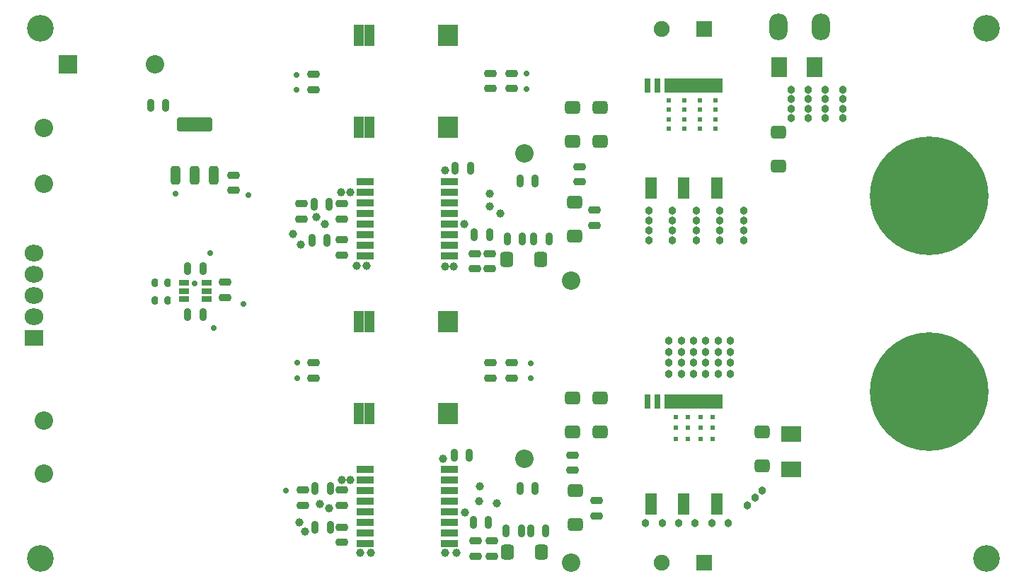
<source format=gts>
G04*
G04 #@! TF.GenerationSoftware,Altium Limited,Altium Designer,23.2.1 (34)*
G04*
G04 Layer_Color=8388736*
%FSLAX25Y25*%
%MOIN*%
G70*
G04*
G04 #@! TF.SameCoordinates,7D5924AB-2F56-4A22-BAC2-9F5A3F461BF2*
G04*
G04*
G04 #@! TF.FilePolarity,Negative*
G04*
G01*
G75*
G04:AMPARAMS|DCode=32|XSize=58mil|YSize=32mil|CornerRadius=10mil|HoleSize=0mil|Usage=FLASHONLY|Rotation=180.000|XOffset=0mil|YOffset=0mil|HoleType=Round|Shape=RoundedRectangle|*
%AMROUNDEDRECTD32*
21,1,0.05800,0.01200,0,0,180.0*
21,1,0.03800,0.03200,0,0,180.0*
1,1,0.02000,-0.01900,0.00600*
1,1,0.02000,0.01900,0.00600*
1,1,0.02000,0.01900,-0.00600*
1,1,0.02000,-0.01900,-0.00600*
%
%ADD32ROUNDEDRECTD32*%
G04:AMPARAMS|DCode=33|XSize=63mil|YSize=73mil|CornerRadius=17.75mil|HoleSize=0mil|Usage=FLASHONLY|Rotation=90.000|XOffset=0mil|YOffset=0mil|HoleType=Round|Shape=RoundedRectangle|*
%AMROUNDEDRECTD33*
21,1,0.06300,0.03750,0,0,90.0*
21,1,0.02750,0.07300,0,0,90.0*
1,1,0.03550,0.01875,0.01375*
1,1,0.03550,0.01875,-0.01375*
1,1,0.03550,-0.01875,-0.01375*
1,1,0.03550,-0.01875,0.01375*
%
%ADD33ROUNDEDRECTD33*%
%ADD34R,0.27572X0.06706*%
%ADD35R,0.05524X0.10249*%
%ADD36R,0.03162X0.06706*%
%ADD37R,0.09304X0.07828*%
%ADD38R,0.07828X0.09304*%
%ADD39R,0.04737X0.09855*%
%ADD40R,0.07887X0.03359*%
G04:AMPARAMS|DCode=41|XSize=38mil|YSize=30mil|CornerRadius=9.5mil|HoleSize=0mil|Usage=FLASHONLY|Rotation=90.000|XOffset=0mil|YOffset=0mil|HoleType=Round|Shape=RoundedRectangle|*
%AMROUNDEDRECTD41*
21,1,0.03800,0.01100,0,0,90.0*
21,1,0.01900,0.03000,0,0,90.0*
1,1,0.01900,0.00550,0.00950*
1,1,0.01900,0.00550,-0.00950*
1,1,0.01900,-0.00550,-0.00950*
1,1,0.01900,-0.00550,0.00950*
%
%ADD41ROUNDEDRECTD41*%
G04:AMPARAMS|DCode=42|XSize=58mil|YSize=32mil|CornerRadius=10mil|HoleSize=0mil|Usage=FLASHONLY|Rotation=90.000|XOffset=0mil|YOffset=0mil|HoleType=Round|Shape=RoundedRectangle|*
%AMROUNDEDRECTD42*
21,1,0.05800,0.01200,0,0,90.0*
21,1,0.03800,0.03200,0,0,90.0*
1,1,0.02000,0.00600,0.01900*
1,1,0.02000,0.00600,-0.01900*
1,1,0.02000,-0.00600,-0.01900*
1,1,0.02000,-0.00600,0.01900*
%
%ADD42ROUNDEDRECTD42*%
G04:AMPARAMS|DCode=43|XSize=63mil|YSize=73mil|CornerRadius=17.75mil|HoleSize=0mil|Usage=FLASHONLY|Rotation=180.000|XOffset=0mil|YOffset=0mil|HoleType=Round|Shape=RoundedRectangle|*
%AMROUNDEDRECTD43*
21,1,0.06300,0.03750,0,0,180.0*
21,1,0.02750,0.07300,0,0,180.0*
1,1,0.03550,-0.01375,0.01875*
1,1,0.03550,0.01375,0.01875*
1,1,0.03550,0.01375,-0.01875*
1,1,0.03550,-0.01375,-0.01875*
%
%ADD43ROUNDEDRECTD43*%
%ADD44R,0.04685X0.02913*%
G04:AMPARAMS|DCode=45|XSize=44mil|YSize=88mil|CornerRadius=11.2mil|HoleSize=0mil|Usage=FLASHONLY|Rotation=180.000|XOffset=0mil|YOffset=0mil|HoleType=Round|Shape=RoundedRectangle|*
%AMROUNDEDRECTD45*
21,1,0.04400,0.06560,0,0,180.0*
21,1,0.02160,0.08800,0,0,180.0*
1,1,0.02240,-0.01080,0.03280*
1,1,0.02240,0.01080,0.03280*
1,1,0.02240,0.01080,-0.03280*
1,1,0.02240,-0.01080,-0.03280*
%
%ADD45ROUNDEDRECTD45*%
G04:AMPARAMS|DCode=46|XSize=168mil|YSize=68mil|CornerRadius=13mil|HoleSize=0mil|Usage=FLASHONLY|Rotation=180.000|XOffset=0mil|YOffset=0mil|HoleType=Round|Shape=RoundedRectangle|*
%AMROUNDEDRECTD46*
21,1,0.16800,0.04200,0,0,180.0*
21,1,0.14200,0.06800,0,0,180.0*
1,1,0.02600,-0.07100,0.02100*
1,1,0.02600,0.07100,0.02100*
1,1,0.02600,0.07100,-0.02100*
1,1,0.02600,-0.07100,-0.02100*
%
%ADD46ROUNDEDRECTD46*%
%ADD47O,0.08800X0.07800*%
%ADD48R,0.08800X0.07800*%
%ADD49R,0.08674X0.08674*%
%ADD50C,0.08674*%
%ADD51C,0.07473*%
%ADD52R,0.07473X0.07473*%
%ADD53C,0.55918*%
%ADD54C,0.12611*%
%ADD55O,0.08674X0.12611*%
%ADD56C,0.03950*%
%ADD57C,0.02375*%
%ADD58C,0.02800*%
%ADD59C,0.03800*%
D32*
X390500Y955900D02*
D03*
Y963100D02*
D03*
X380500Y955900D02*
D03*
Y963100D02*
D03*
X390500Y819400D02*
D03*
Y826600D02*
D03*
X380500Y819400D02*
D03*
Y826600D02*
D03*
X430500Y754400D02*
D03*
Y761600D02*
D03*
X419000Y783100D02*
D03*
Y775900D02*
D03*
X373500Y735400D02*
D03*
Y742600D02*
D03*
X381000D02*
D03*
Y735400D02*
D03*
X292000Y766600D02*
D03*
Y759400D02*
D03*
X291500Y901600D02*
D03*
Y894400D02*
D03*
X310500Y741900D02*
D03*
Y749100D02*
D03*
Y759400D02*
D03*
Y766600D02*
D03*
X422500Y919100D02*
D03*
Y911900D02*
D03*
X429500Y891400D02*
D03*
Y898600D02*
D03*
X380000Y878100D02*
D03*
Y870900D02*
D03*
X373000D02*
D03*
Y878100D02*
D03*
X310500Y877400D02*
D03*
Y884600D02*
D03*
Y894400D02*
D03*
Y901600D02*
D03*
X297000Y826600D02*
D03*
Y819400D02*
D03*
Y962600D02*
D03*
Y955400D02*
D03*
X255500Y864600D02*
D03*
Y857400D02*
D03*
X259500Y915100D02*
D03*
Y907900D02*
D03*
D33*
X432000Y947000D02*
D03*
Y931000D02*
D03*
X419000Y947000D02*
D03*
Y931000D02*
D03*
X432000Y810000D02*
D03*
Y794000D02*
D03*
X419000Y810000D02*
D03*
Y794000D02*
D03*
X508500D02*
D03*
Y778000D02*
D03*
X516000Y935500D02*
D03*
Y919500D02*
D03*
X420500Y750500D02*
D03*
Y766500D02*
D03*
X420000Y886500D02*
D03*
Y902500D02*
D03*
D34*
X476224Y957417D02*
D03*
Y808425D02*
D03*
D35*
X487248Y908992D02*
D03*
X471500D02*
D03*
X456146D02*
D03*
Y760000D02*
D03*
X471500D02*
D03*
X487248D02*
D03*
D36*
X459295Y957417D02*
D03*
X454571D02*
D03*
Y808425D02*
D03*
X459295D02*
D03*
D37*
X522000Y792976D02*
D03*
Y776500D02*
D03*
D38*
X516524Y966000D02*
D03*
X533000D02*
D03*
D39*
X318630Y981000D02*
D03*
X323551D02*
D03*
X358000D02*
D03*
X362921D02*
D03*
Y937693D02*
D03*
X358000D02*
D03*
X323551D02*
D03*
X318630D02*
D03*
Y802847D02*
D03*
X323551D02*
D03*
X358000D02*
D03*
X362921D02*
D03*
Y846154D02*
D03*
X358000D02*
D03*
X323551D02*
D03*
X318630D02*
D03*
D40*
X361000Y877000D02*
D03*
Y882000D02*
D03*
Y887000D02*
D03*
Y892000D02*
D03*
Y897000D02*
D03*
Y902000D02*
D03*
Y907000D02*
D03*
Y912000D02*
D03*
X321630Y877000D02*
D03*
Y882000D02*
D03*
Y887000D02*
D03*
Y892000D02*
D03*
Y897000D02*
D03*
Y902000D02*
D03*
Y907000D02*
D03*
Y912000D02*
D03*
Y776500D02*
D03*
Y771500D02*
D03*
Y766500D02*
D03*
Y761500D02*
D03*
Y756500D02*
D03*
Y751500D02*
D03*
Y746500D02*
D03*
Y741500D02*
D03*
X361000Y776500D02*
D03*
Y771500D02*
D03*
Y766500D02*
D03*
Y761500D02*
D03*
Y756500D02*
D03*
Y751500D02*
D03*
Y746500D02*
D03*
Y741500D02*
D03*
D41*
X222500Y856000D02*
D03*
X228500D02*
D03*
Y864500D02*
D03*
X222500D02*
D03*
D42*
X220400Y948000D02*
D03*
X227600D02*
D03*
X394400Y767500D02*
D03*
X401600D02*
D03*
X406600Y747500D02*
D03*
X399400D02*
D03*
X387900D02*
D03*
X395100D02*
D03*
X408000Y885000D02*
D03*
X400800D02*
D03*
X379600Y751500D02*
D03*
X372400D02*
D03*
X370600Y783000D02*
D03*
X363400D02*
D03*
X297900Y749000D02*
D03*
X305100D02*
D03*
X297900Y767500D02*
D03*
X305100D02*
D03*
X394400Y912500D02*
D03*
X401600D02*
D03*
X380100Y887000D02*
D03*
X372900D02*
D03*
X388400Y885000D02*
D03*
X395600D02*
D03*
X371100Y918500D02*
D03*
X363900D02*
D03*
X296400Y884500D02*
D03*
X303600D02*
D03*
X304600Y901500D02*
D03*
X297400D02*
D03*
X237900Y849500D02*
D03*
X245100D02*
D03*
Y871000D02*
D03*
X237900D02*
D03*
D43*
X388500Y737500D02*
D03*
X404500D02*
D03*
X388000Y875500D02*
D03*
X404000D02*
D03*
D44*
X246815Y860500D02*
D03*
X236185Y864240D02*
D03*
Y860500D02*
D03*
Y856760D02*
D03*
X246815D02*
D03*
Y864240D02*
D03*
D45*
X231984Y915000D02*
D03*
X241000D02*
D03*
X250016D02*
D03*
D46*
X241000Y939000D02*
D03*
D47*
X165354Y878268D02*
D03*
Y868268D02*
D03*
Y858268D02*
D03*
Y848268D02*
D03*
D48*
Y838268D02*
D03*
D49*
X181409Y967500D02*
D03*
D50*
X222590D02*
D03*
X396500Y781500D02*
D03*
X418500Y865500D02*
D03*
X396500Y925500D02*
D03*
X418500Y732500D02*
D03*
X170000Y937500D02*
D03*
Y911000D02*
D03*
Y774500D02*
D03*
Y799500D02*
D03*
D51*
X461000Y984000D02*
D03*
Y732500D02*
D03*
D52*
X481000Y984000D02*
D03*
Y732500D02*
D03*
D53*
X587000Y905512D02*
D03*
Y812992D02*
D03*
D54*
X614173Y984252D02*
D03*
Y734252D02*
D03*
X168500D02*
D03*
Y984252D02*
D03*
D55*
X536000Y985000D02*
D03*
X516000D02*
D03*
D56*
X368500Y756000D02*
D03*
X364500Y737000D02*
D03*
X359000D02*
D03*
X383500Y760500D02*
D03*
X375000Y761500D02*
D03*
X375500Y768500D02*
D03*
X358000Y781500D02*
D03*
X324000Y737000D02*
D03*
X319000D02*
D03*
X293000Y747000D02*
D03*
X290500Y751500D02*
D03*
X304500Y758000D02*
D03*
X300000Y760000D02*
D03*
X310500Y771500D02*
D03*
X314500D02*
D03*
X359000Y917500D02*
D03*
X385000Y897000D02*
D03*
X380000Y900500D02*
D03*
Y906500D02*
D03*
X368000Y892000D02*
D03*
X363000Y872000D02*
D03*
X359000D02*
D03*
X322000Y872500D02*
D03*
X317500D02*
D03*
X291000Y882500D02*
D03*
X287500Y887500D02*
D03*
X314500Y907000D02*
D03*
X310000D02*
D03*
X302500Y892000D02*
D03*
X298500Y895500D02*
D03*
D57*
X464500Y950500D02*
D03*
Y946000D02*
D03*
Y941500D02*
D03*
Y937000D02*
D03*
X486500D02*
D03*
Y941500D02*
D03*
Y946000D02*
D03*
Y950500D02*
D03*
X479167D02*
D03*
Y946000D02*
D03*
Y941500D02*
D03*
Y937000D02*
D03*
X471833D02*
D03*
Y941500D02*
D03*
Y946000D02*
D03*
Y950500D02*
D03*
X485100Y790812D02*
D03*
X467700Y796000D02*
D03*
X473500Y790812D02*
D03*
Y796000D02*
D03*
Y801188D02*
D03*
X479300D02*
D03*
X485100D02*
D03*
X479300Y796000D02*
D03*
Y790812D02*
D03*
X485100Y796000D02*
D03*
X467700Y790812D02*
D03*
Y801188D02*
D03*
D58*
X399500Y819500D02*
D03*
Y826500D02*
D03*
X397480Y955762D02*
D03*
X397500Y963000D02*
D03*
X289000Y955500D02*
D03*
X289500Y819500D02*
D03*
X289488Y826681D02*
D03*
X289000Y962500D02*
D03*
X232000Y906500D02*
D03*
X248500Y878500D02*
D03*
X266459Y905781D02*
D03*
X264000Y854500D02*
D03*
X250000Y843000D02*
D03*
X241000Y864000D02*
D03*
X284000Y766500D02*
D03*
D59*
X522000Y955500D02*
D03*
X530000D02*
D03*
X538000D02*
D03*
X546500D02*
D03*
Y951000D02*
D03*
X538000D02*
D03*
X522000D02*
D03*
X546500Y946500D02*
D03*
X538000D02*
D03*
X522000D02*
D03*
X546500Y942000D02*
D03*
X530000Y951000D02*
D03*
Y946500D02*
D03*
Y942000D02*
D03*
X538000D02*
D03*
X522000D02*
D03*
X493500Y821437D02*
D03*
Y831812D02*
D03*
Y826625D02*
D03*
X487700D02*
D03*
X481900D02*
D03*
X487700Y837000D02*
D03*
Y831812D02*
D03*
Y821437D02*
D03*
X493500Y837000D02*
D03*
X481900Y821437D02*
D03*
X477333Y898500D02*
D03*
X488500Y884500D02*
D03*
Y889167D02*
D03*
X477333D02*
D03*
Y884500D02*
D03*
X499667Y898500D02*
D03*
Y893833D02*
D03*
X488500D02*
D03*
X499667Y889167D02*
D03*
Y884500D02*
D03*
X488500Y898500D02*
D03*
X466167Y889167D02*
D03*
X477333Y893833D02*
D03*
X466167D02*
D03*
Y898500D02*
D03*
Y884500D02*
D03*
X476900Y751000D02*
D03*
X461300D02*
D03*
X501500Y759500D02*
D03*
X508500Y766500D02*
D03*
X505000Y763000D02*
D03*
X469100Y751000D02*
D03*
X492500D02*
D03*
X484700D02*
D03*
X470300Y821437D02*
D03*
Y826625D02*
D03*
X464500D02*
D03*
X476100D02*
D03*
Y821437D02*
D03*
X464500D02*
D03*
X476100Y831812D02*
D03*
X464500Y837000D02*
D03*
X476100D02*
D03*
X481900D02*
D03*
Y831812D02*
D03*
X470300Y837000D02*
D03*
Y831812D02*
D03*
X464500D02*
D03*
X455000Y898500D02*
D03*
X453500Y751000D02*
D03*
X455000Y889167D02*
D03*
Y893833D02*
D03*
Y884500D02*
D03*
M02*

</source>
